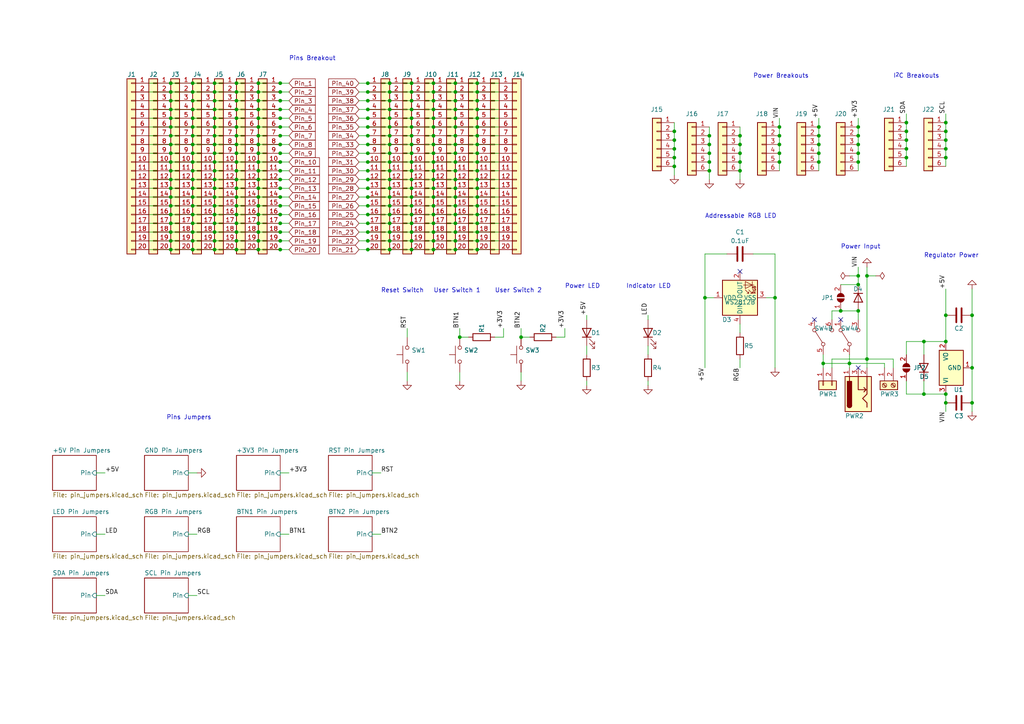
<source format=kicad_sch>
(kicad_sch (version 20230121) (generator eeschema)
  (paper "A4")
  (junction (at 62.23 67.31))
  (junction (at 237.49 39.37))
  (junction (at 68.58 67.31))
  (junction (at 113.03 67.31))
  (junction (at 138.43 41.91))
  (junction (at 106.68 62.23))
  (junction (at 125.73 69.85))
  (junction (at 106.68 29.21))
  (junction (at 81.28 72.39))
  (junction (at 125.73 36.83))
  (junction (at 113.03 62.23))
  (junction (at 132.08 57.15))
  (junction (at 74.93 39.37))
  (junction (at 205.74 49.53))
  (junction (at 125.73 54.61))
  (junction (at 205.74 39.37))
  (junction (at 68.58 46.99))
  (junction (at 119.38 36.83))
  (junction (at 125.73 26.67))
  (junction (at 62.23 36.83))
  (junction (at 74.93 54.61))
  (junction (at 138.43 67.31))
  (junction (at 274.32 35.56))
  (junction (at 81.28 49.53))
  (junction (at 132.08 44.45))
  (junction (at 68.58 44.45))
  (junction (at 68.58 57.15))
  (junction (at 68.58 24.13))
  (junction (at 132.08 29.21))
  (junction (at 55.88 26.67))
  (junction (at 49.53 29.21))
  (junction (at 132.08 54.61))
  (junction (at 74.93 49.53))
  (junction (at 62.23 54.61))
  (junction (at 81.28 69.85))
  (junction (at 125.73 49.53))
  (junction (at 62.23 49.53))
  (junction (at 226.06 44.45))
  (junction (at 138.43 72.39))
  (junction (at 81.28 59.69))
  (junction (at 55.88 54.61))
  (junction (at 62.23 41.91))
  (junction (at 49.53 72.39))
  (junction (at 62.23 59.69))
  (junction (at 113.03 41.91))
  (junction (at 237.49 41.91))
  (junction (at 55.88 41.91))
  (junction (at 138.43 31.75))
  (junction (at 138.43 44.45))
  (junction (at 125.73 24.13))
  (junction (at 214.63 46.99))
  (junction (at 106.68 26.67))
  (junction (at 138.43 39.37))
  (junction (at 238.76 105.41))
  (junction (at 49.53 54.61))
  (junction (at 132.08 69.85))
  (junction (at 119.38 67.31))
  (junction (at 125.73 57.15))
  (junction (at 113.03 54.61))
  (junction (at 62.23 57.15))
  (junction (at 248.92 90.17))
  (junction (at 119.38 59.69))
  (junction (at 274.32 43.18))
  (junction (at 106.68 64.77))
  (junction (at 274.32 40.64))
  (junction (at 119.38 26.67))
  (junction (at 132.08 49.53))
  (junction (at 49.53 67.31))
  (junction (at 125.73 29.21))
  (junction (at 214.63 39.37))
  (junction (at 113.03 52.07))
  (junction (at 106.68 57.15))
  (junction (at 214.63 41.91))
  (junction (at 125.73 39.37))
  (junction (at 113.03 46.99))
  (junction (at 81.28 36.83))
  (junction (at 62.23 31.75))
  (junction (at 106.68 31.75))
  (junction (at 49.53 39.37))
  (junction (at 125.73 52.07))
  (junction (at 205.74 41.91))
  (junction (at 49.53 34.29))
  (junction (at 62.23 69.85))
  (junction (at 62.23 26.67))
  (junction (at 274.32 114.3))
  (junction (at 68.58 41.91))
  (junction (at 55.88 44.45))
  (junction (at 226.06 41.91))
  (junction (at 125.73 44.45))
  (junction (at 74.93 72.39))
  (junction (at 81.28 39.37))
  (junction (at 55.88 69.85))
  (junction (at 106.68 39.37))
  (junction (at 74.93 41.91))
  (junction (at 62.23 72.39))
  (junction (at 133.35 97.79))
  (junction (at 132.08 24.13))
  (junction (at 74.93 34.29))
  (junction (at 62.23 62.23))
  (junction (at 138.43 64.77))
  (junction (at 74.93 57.15))
  (junction (at 274.32 45.72))
  (junction (at 62.23 46.99))
  (junction (at 226.06 36.83))
  (junction (at 119.38 34.29))
  (junction (at 106.68 24.13))
  (junction (at 248.92 46.99))
  (junction (at 237.49 36.83))
  (junction (at 195.58 45.72))
  (junction (at 125.73 41.91))
  (junction (at 55.88 34.29))
  (junction (at 214.63 49.53))
  (junction (at 125.73 64.77))
  (junction (at 138.43 69.85))
  (junction (at 74.93 44.45))
  (junction (at 113.03 44.45))
  (junction (at 248.92 41.91))
  (junction (at 74.93 24.13))
  (junction (at 274.32 91.44))
  (junction (at 226.06 46.99))
  (junction (at 113.03 57.15))
  (junction (at 81.28 44.45))
  (junction (at 132.08 36.83))
  (junction (at 119.38 49.53))
  (junction (at 138.43 34.29))
  (junction (at 119.38 54.61))
  (junction (at 62.23 29.21))
  (junction (at 248.92 36.83))
  (junction (at 68.58 34.29))
  (junction (at 113.03 24.13))
  (junction (at 55.88 36.83))
  (junction (at 68.58 31.75))
  (junction (at 68.58 72.39))
  (junction (at 138.43 62.23))
  (junction (at 205.74 46.99))
  (junction (at 262.89 45.72))
  (junction (at 81.28 67.31))
  (junction (at 68.58 39.37))
  (junction (at 49.53 36.83))
  (junction (at 195.58 40.64))
  (junction (at 62.23 39.37))
  (junction (at 119.38 29.21))
  (junction (at 138.43 49.53))
  (junction (at 74.93 36.83))
  (junction (at 81.28 26.67))
  (junction (at 74.93 31.75))
  (junction (at 267.97 114.3))
  (junction (at 113.03 29.21))
  (junction (at 55.88 64.77))
  (junction (at 68.58 64.77))
  (junction (at 113.03 64.77))
  (junction (at 125.73 72.39))
  (junction (at 132.08 39.37))
  (junction (at 214.63 44.45))
  (junction (at 132.08 52.07))
  (junction (at 62.23 44.45))
  (junction (at 68.58 54.61))
  (junction (at 262.89 35.56))
  (junction (at 251.46 80.01))
  (junction (at 106.68 36.83))
  (junction (at 138.43 59.69))
  (junction (at 119.38 31.75))
  (junction (at 119.38 57.15))
  (junction (at 113.03 39.37))
  (junction (at 138.43 26.67))
  (junction (at 132.08 31.75))
  (junction (at 106.68 69.85))
  (junction (at 281.94 106.68))
  (junction (at 119.38 44.45))
  (junction (at 55.88 39.37))
  (junction (at 106.68 52.07))
  (junction (at 62.23 34.29))
  (junction (at 248.92 82.55))
  (junction (at 119.38 64.77))
  (junction (at 132.08 64.77))
  (junction (at 68.58 62.23))
  (junction (at 81.28 34.29))
  (junction (at 81.28 46.99))
  (junction (at 125.73 62.23))
  (junction (at 81.28 29.21))
  (junction (at 204.47 86.36))
  (junction (at 119.38 62.23))
  (junction (at 49.53 49.53))
  (junction (at 281.94 91.44))
  (junction (at 49.53 46.99))
  (junction (at 267.97 99.06))
  (junction (at 49.53 69.85))
  (junction (at 49.53 64.77))
  (junction (at 55.88 52.07))
  (junction (at 125.73 67.31))
  (junction (at 119.38 46.99))
  (junction (at 49.53 41.91))
  (junction (at 125.73 34.29))
  (junction (at 237.49 46.99))
  (junction (at 55.88 67.31))
  (junction (at 119.38 41.91))
  (junction (at 49.53 59.69))
  (junction (at 125.73 46.99))
  (junction (at 62.23 24.13))
  (junction (at 106.68 49.53))
  (junction (at 274.32 38.1))
  (junction (at 224.79 86.36))
  (junction (at 49.53 44.45))
  (junction (at 132.08 34.29))
  (junction (at 55.88 59.69))
  (junction (at 125.73 59.69))
  (junction (at 138.43 46.99))
  (junction (at 106.68 41.91))
  (junction (at 81.28 64.77))
  (junction (at 62.23 64.77))
  (junction (at 74.93 62.23))
  (junction (at 74.93 67.31))
  (junction (at 49.53 52.07))
  (junction (at 274.32 116.84))
  (junction (at 138.43 36.83))
  (junction (at 195.58 43.18))
  (junction (at 113.03 72.39))
  (junction (at 68.58 36.83))
  (junction (at 55.88 29.21))
  (junction (at 132.08 67.31))
  (junction (at 74.93 59.69))
  (junction (at 113.03 69.85))
  (junction (at 81.28 41.91))
  (junction (at 132.08 46.99))
  (junction (at 138.43 24.13))
  (junction (at 281.94 116.84))
  (junction (at 74.93 69.85))
  (junction (at 132.08 72.39))
  (junction (at 138.43 29.21))
  (junction (at 138.43 54.61))
  (junction (at 205.74 44.45))
  (junction (at 55.88 57.15))
  (junction (at 74.93 29.21))
  (junction (at 119.38 24.13))
  (junction (at 113.03 34.29))
  (junction (at 125.73 31.75))
  (junction (at 262.89 38.1))
  (junction (at 106.68 67.31))
  (junction (at 248.92 44.45))
  (junction (at 49.53 57.15))
  (junction (at 81.28 24.13))
  (junction (at 68.58 29.21))
  (junction (at 74.93 46.99))
  (junction (at 81.28 52.07))
  (junction (at 68.58 49.53))
  (junction (at 106.68 54.61))
  (junction (at 132.08 62.23))
  (junction (at 113.03 36.83))
  (junction (at 132.08 26.67))
  (junction (at 248.92 39.37))
  (junction (at 106.68 59.69))
  (junction (at 262.89 40.64))
  (junction (at 132.08 59.69))
  (junction (at 226.06 39.37))
  (junction (at 195.58 48.26))
  (junction (at 113.03 31.75))
  (junction (at 74.93 64.77))
  (junction (at 49.53 24.13))
  (junction (at 55.88 62.23))
  (junction (at 49.53 26.67))
  (junction (at 274.32 99.06))
  (junction (at 55.88 31.75))
  (junction (at 119.38 52.07))
  (junction (at 251.46 104.14))
  (junction (at 138.43 57.15))
  (junction (at 68.58 52.07))
  (junction (at 119.38 39.37))
  (junction (at 113.03 59.69))
  (junction (at 74.93 52.07))
  (junction (at 55.88 49.53))
  (junction (at 68.58 59.69))
  (junction (at 132.08 41.91))
  (junction (at 113.03 49.53))
  (junction (at 81.28 31.75))
  (junction (at 248.92 80.01))
  (junction (at 106.68 34.29))
  (junction (at 119.38 69.85))
  (junction (at 68.58 69.85))
  (junction (at 81.28 57.15))
  (junction (at 246.38 105.41))
  (junction (at 106.68 44.45))
  (junction (at 195.58 38.1))
  (junction (at 55.88 46.99))
  (junction (at 55.88 24.13))
  (junction (at 237.49 44.45))
  (junction (at 49.53 31.75))
  (junction (at 49.53 62.23))
  (junction (at 106.68 46.99))
  (junction (at 74.93 26.67))
  (junction (at 81.28 62.23))
  (junction (at 68.58 26.67))
  (junction (at 262.89 43.18))
  (junction (at 119.38 72.39))
  (junction (at 243.84 90.17))
  (junction (at 151.13 97.79))
  (junction (at 138.43 52.07))
  (junction (at 106.68 72.39))
  (junction (at 81.28 54.61))
  (junction (at 113.03 26.67))
  (junction (at 62.23 52.07))
  (junction (at 55.88 72.39))
  (no_connect (at 248.92 106.68))
  (no_connect (at 214.63 78.74))
  (no_connect (at 243.84 92.71))
  (no_connect (at 236.22 92.71))
  (wire (pts (xy 62.23 31.75) (xy 55.88 31.75)))
  (wire (pts (xy 119.38 36.83) (xy 125.73 36.83)))
  (wire (pts (xy 237.49 34.29) (xy 237.49 36.83)))
  (wire (pts (xy 81.28 36.83) (xy 74.93 36.83)))
  (wire (pts (xy 104.14 24.13) (xy 106.68 24.13)))
  (wire (pts (xy 81.28 59.69) (xy 74.93 59.69)))
  (wire (pts (xy 214.63 39.37) (xy 214.63 41.91)))
  (wire (pts (xy 81.28 46.99) (xy 83.82 46.99)))
  (wire (pts (xy 274.32 35.56) (xy 274.32 38.1)))
  (wire (pts (xy 138.43 54.61) (xy 132.08 54.61)))
  (wire (pts (xy 195.58 43.18) (xy 195.58 45.72)))
  (wire (pts (xy 241.3 92.71) (xy 241.3 90.17)))
  (wire (pts (xy 81.28 67.31) (xy 83.82 67.31)))
  (wire (pts (xy 81.28 26.67) (xy 74.93 26.67)))
  (wire (pts (xy 49.53 34.29) (xy 43.18 34.29)))
  (wire (pts (xy 27.94 172.72) (xy 30.48 172.72)))
  (wire (pts (xy 248.92 90.17) (xy 248.92 92.71)))
  (wire (pts (xy 81.28 64.77) (xy 83.82 64.77)))
  (wire (pts (xy 125.73 69.85) (xy 132.08 69.85)))
  (wire (pts (xy 49.53 49.53) (xy 43.18 49.53)))
  (wire (pts (xy 49.53 24.13) (xy 43.18 24.13)))
  (wire (pts (xy 267.97 99.06) (xy 267.97 102.87)))
  (wire (pts (xy 226.06 36.83) (xy 226.06 39.37)))
  (wire (pts (xy 68.58 26.67) (xy 62.23 26.67)))
  (wire (pts (xy 163.83 95.25) (xy 163.83 97.79)))
  (wire (pts (xy 113.03 49.53) (xy 119.38 49.53)))
  (wire (pts (xy 54.61 172.72) (xy 57.15 172.72)))
  (wire (pts (xy 119.38 44.45) (xy 125.73 44.45)))
  (wire (pts (xy 106.68 26.67) (xy 113.03 26.67)))
  (wire (pts (xy 224.79 86.36) (xy 224.79 73.66)))
  (wire (pts (xy 106.68 72.39) (xy 113.03 72.39)))
  (wire (pts (xy 107.95 154.94) (xy 110.49 154.94)))
  (wire (pts (xy 138.43 29.21) (xy 132.08 29.21)))
  (wire (pts (xy 274.32 116.84) (xy 274.32 119.38)))
  (wire (pts (xy 238.76 105.41) (xy 246.38 105.41)))
  (wire (pts (xy 262.89 102.87) (xy 262.89 99.06)))
  (wire (pts (xy 62.23 64.77) (xy 55.88 64.77)))
  (wire (pts (xy 81.28 44.45) (xy 74.93 44.45)))
  (wire (pts (xy 104.14 54.61) (xy 106.68 54.61)))
  (wire (pts (xy 104.14 39.37) (xy 106.68 39.37)))
  (wire (pts (xy 74.93 31.75) (xy 68.58 31.75)))
  (wire (pts (xy 106.68 67.31) (xy 113.03 67.31)))
  (wire (pts (xy 138.43 64.77) (xy 132.08 64.77)))
  (wire (pts (xy 187.96 111.76) (xy 187.96 110.49)))
  (wire (pts (xy 27.94 154.94) (xy 30.48 154.94)))
  (wire (pts (xy 49.53 52.07) (xy 55.88 52.07)))
  (wire (pts (xy 49.53 67.31) (xy 55.88 67.31)))
  (wire (pts (xy 138.43 72.39) (xy 144.78 72.39)))
  (wire (pts (xy 119.38 59.69) (xy 125.73 59.69)))
  (wire (pts (xy 151.13 107.95) (xy 151.13 110.49)))
  (wire (pts (xy 125.73 54.61) (xy 132.08 54.61)))
  (wire (pts (xy 113.03 39.37) (xy 119.38 39.37)))
  (wire (pts (xy 274.32 33.02) (xy 274.32 35.56)))
  (wire (pts (xy 104.14 59.69) (xy 106.68 59.69)))
  (wire (pts (xy 119.38 26.67) (xy 125.73 26.67)))
  (wire (pts (xy 68.58 62.23) (xy 62.23 62.23)))
  (wire (pts (xy 62.23 26.67) (xy 55.88 26.67)))
  (wire (pts (xy 68.58 41.91) (xy 62.23 41.91)))
  (wire (pts (xy 68.58 52.07) (xy 62.23 52.07)))
  (wire (pts (xy 74.93 24.13) (xy 68.58 24.13)))
  (wire (pts (xy 68.58 69.85) (xy 62.23 69.85)))
  (wire (pts (xy 106.68 24.13) (xy 113.03 24.13)))
  (wire (pts (xy 81.28 39.37) (xy 74.93 39.37)))
  (wire (pts (xy 49.53 59.69) (xy 43.18 59.69)))
  (wire (pts (xy 125.73 26.67) (xy 132.08 26.67)))
  (wire (pts (xy 62.23 69.85) (xy 55.88 69.85)))
  (wire (pts (xy 74.93 72.39) (xy 68.58 72.39)))
  (wire (pts (xy 49.53 69.85) (xy 55.88 69.85)))
  (wire (pts (xy 68.58 72.39) (xy 62.23 72.39)))
  (wire (pts (xy 49.53 29.21) (xy 55.88 29.21)))
  (wire (pts (xy 49.53 62.23) (xy 43.18 62.23)))
  (wire (pts (xy 205.74 52.07) (xy 205.74 49.53)))
  (wire (pts (xy 170.18 100.33) (xy 170.18 102.87)))
  (wire (pts (xy 153.67 97.79) (xy 151.13 97.79)))
  (wire (pts (xy 262.89 45.72) (xy 262.89 48.26)))
  (wire (pts (xy 138.43 62.23) (xy 144.78 62.23)))
  (wire (pts (xy 104.14 49.53) (xy 106.68 49.53)))
  (wire (pts (xy 49.53 57.15) (xy 43.18 57.15)))
  (wire (pts (xy 49.53 31.75) (xy 43.18 31.75)))
  (wire (pts (xy 195.58 38.1) (xy 195.58 40.64)))
  (wire (pts (xy 248.92 46.99) (xy 248.92 49.53)))
  (wire (pts (xy 49.53 44.45) (xy 43.18 44.45)))
  (wire (pts (xy 74.93 69.85) (xy 68.58 69.85)))
  (wire (pts (xy 248.92 77.47) (xy 248.92 80.01)))
  (wire (pts (xy 81.28 44.45) (xy 83.82 44.45)))
  (wire (pts (xy 113.03 34.29) (xy 119.38 34.29)))
  (wire (pts (xy 226.06 44.45) (xy 226.06 46.99)))
  (wire (pts (xy 119.38 62.23) (xy 125.73 62.23)))
  (wire (pts (xy 81.28 52.07) (xy 83.82 52.07)))
  (wire (pts (xy 68.58 44.45) (xy 62.23 44.45)))
  (wire (pts (xy 81.28 29.21) (xy 83.82 29.21)))
  (wire (pts (xy 113.03 64.77) (xy 119.38 64.77)))
  (wire (pts (xy 119.38 24.13) (xy 125.73 24.13)))
  (wire (pts (xy 119.38 34.29) (xy 125.73 34.29)))
  (wire (pts (xy 104.14 41.91) (xy 106.68 41.91)))
  (wire (pts (xy 104.14 62.23) (xy 106.68 62.23)))
  (wire (pts (xy 49.53 49.53) (xy 55.88 49.53)))
  (wire (pts (xy 68.58 34.29) (xy 62.23 34.29)))
  (wire (pts (xy 81.28 52.07) (xy 74.93 52.07)))
  (wire (pts (xy 81.28 54.61) (xy 74.93 54.61)))
  (wire (pts (xy 104.14 64.77) (xy 106.68 64.77)))
  (wire (pts (xy 214.63 96.52) (xy 214.63 93.98)))
  (wire (pts (xy 119.38 54.61) (xy 125.73 54.61)))
  (wire (pts (xy 119.38 41.91) (xy 125.73 41.91)))
  (wire (pts (xy 106.68 59.69) (xy 113.03 59.69)))
  (wire (pts (xy 210.82 73.66) (xy 204.47 73.66)))
  (wire (pts (xy 27.94 137.16) (xy 30.48 137.16)))
  (wire (pts (xy 204.47 86.36) (xy 207.01 86.36)))
  (wire (pts (xy 81.28 54.61) (xy 83.82 54.61)))
  (wire (pts (xy 214.63 44.45) (xy 214.63 46.99)))
  (wire (pts (xy 49.53 39.37) (xy 43.18 39.37)))
  (wire (pts (xy 248.92 41.91) (xy 248.92 44.45)))
  (wire (pts (xy 237.49 36.83) (xy 237.49 39.37)))
  (wire (pts (xy 49.53 54.61) (xy 55.88 54.61)))
  (wire (pts (xy 113.03 69.85) (xy 119.38 69.85)))
  (wire (pts (xy 138.43 57.15) (xy 132.08 57.15)))
  (wire (pts (xy 49.53 36.83) (xy 55.88 36.83)))
  (wire (pts (xy 81.28 39.37) (xy 83.82 39.37)))
  (wire (pts (xy 205.74 49.53) (xy 205.74 46.99)))
  (wire (pts (xy 241.3 90.17) (xy 243.84 90.17)))
  (wire (pts (xy 49.53 41.91) (xy 55.88 41.91)))
  (wire (pts (xy 119.38 31.75) (xy 125.73 31.75)))
  (wire (pts (xy 237.49 46.99) (xy 237.49 49.53)))
  (wire (pts (xy 138.43 34.29) (xy 144.78 34.29)))
  (wire (pts (xy 113.03 72.39) (xy 119.38 72.39)))
  (wire (pts (xy 113.03 24.13) (xy 119.38 24.13)))
  (wire (pts (xy 119.38 69.85) (xy 125.73 69.85)))
  (wire (pts (xy 74.93 57.15) (xy 68.58 57.15)))
  (wire (pts (xy 81.28 69.85) (xy 74.93 69.85)))
  (wire (pts (xy 214.63 49.53) (xy 214.63 46.99)))
  (wire (pts (xy 104.14 57.15) (xy 106.68 57.15)))
  (wire (pts (xy 106.68 34.29) (xy 113.03 34.29)))
  (wire (pts (xy 125.73 64.77) (xy 132.08 64.77)))
  (wire (pts (xy 113.03 31.75) (xy 119.38 31.75)))
  (wire (pts (xy 104.14 44.45) (xy 106.68 44.45)))
  (wire (pts (xy 104.14 36.83) (xy 106.68 36.83)))
  (wire (pts (xy 68.58 31.75) (xy 62.23 31.75)))
  (wire (pts (xy 248.92 82.55) (xy 243.84 82.55)))
  (wire (pts (xy 74.93 67.31) (xy 68.58 67.31)))
  (wire (pts (xy 68.58 57.15) (xy 62.23 57.15)))
  (wire (pts (xy 138.43 49.53) (xy 132.08 49.53)))
  (wire (pts (xy 104.14 26.67) (xy 106.68 26.67)))
  (wire (pts (xy 81.28 24.13) (xy 83.82 24.13)))
  (wire (pts (xy 113.03 52.07) (xy 119.38 52.07)))
  (wire (pts (xy 81.28 26.67) (xy 83.82 26.67)))
  (wire (pts (xy 74.93 29.21) (xy 68.58 29.21)))
  (wire (pts (xy 106.68 64.77) (xy 113.03 64.77)))
  (wire (pts (xy 54.61 137.16) (xy 57.15 137.16)))
  (wire (pts (xy 170.18 111.76) (xy 170.18 110.49)))
  (wire (pts (xy 281.94 83.82) (xy 281.94 91.44)))
  (wire (pts (xy 74.93 44.45) (xy 68.58 44.45)))
  (wire (pts (xy 74.93 59.69) (xy 68.58 59.69)))
  (wire (pts (xy 125.73 72.39) (xy 132.08 72.39)))
  (wire (pts (xy 49.53 54.61) (xy 43.18 54.61)))
  (wire (pts (xy 138.43 24.13) (xy 132.08 24.13)))
  (wire (pts (xy 187.96 100.33) (xy 187.96 102.87)))
  (wire (pts (xy 81.28 41.91) (xy 74.93 41.91)))
  (wire (pts (xy 81.28 31.75) (xy 83.82 31.75)))
  (wire (pts (xy 81.28 67.31) (xy 74.93 67.31)))
  (wire (pts (xy 256.54 106.68) (xy 256.54 105.41)))
  (wire (pts (xy 119.38 72.39) (xy 125.73 72.39)))
  (wire (pts (xy 248.92 44.45) (xy 248.92 46.99)))
  (wire (pts (xy 68.58 49.53) (xy 62.23 49.53)))
  (wire (pts (xy 138.43 36.83) (xy 132.08 36.83)))
  (wire (pts (xy 49.53 46.99) (xy 55.88 46.99)))
  (wire (pts (xy 138.43 44.45) (xy 132.08 44.45)))
  (wire (pts (xy 195.58 50.8) (xy 195.58 48.26)))
  (wire (pts (xy 218.44 73.66) (xy 224.79 73.66)))
  (wire (pts (xy 259.08 106.68) (xy 259.08 104.14)))
  (wire (pts (xy 119.38 39.37) (xy 125.73 39.37)))
  (wire (pts (xy 106.68 52.07) (xy 113.03 52.07)))
  (wire (pts (xy 62.23 59.69) (xy 55.88 59.69)))
  (wire (pts (xy 248.92 80.01) (xy 248.92 82.55)))
  (wire (pts (xy 68.58 46.99) (xy 62.23 46.99)))
  (wire (pts (xy 49.53 24.13) (xy 55.88 24.13)))
  (wire (pts (xy 125.73 31.75) (xy 132.08 31.75)))
  (wire (pts (xy 104.14 72.39) (xy 106.68 72.39)))
  (wire (pts (xy 49.53 64.77) (xy 43.18 64.77)))
  (wire (pts (xy 251.46 80.01) (xy 251.46 104.14)))
  (wire (pts (xy 138.43 64.77) (xy 144.78 64.77)))
  (wire (pts (xy 74.93 52.07) (xy 68.58 52.07)))
  (wire (pts (xy 104.14 34.29) (xy 106.68 34.29)))
  (wire (pts (xy 62.23 39.37) (xy 55.88 39.37)))
  (wire (pts (xy 106.68 57.15) (xy 113.03 57.15)))
  (wire (pts (xy 81.28 36.83) (xy 83.82 36.83)))
  (wire (pts (xy 49.53 26.67) (xy 55.88 26.67)))
  (wire (pts (xy 113.03 62.23) (xy 119.38 62.23)))
  (wire (pts (xy 262.89 40.64) (xy 262.89 43.18)))
  (wire (pts (xy 138.43 26.67) (xy 132.08 26.67)))
  (wire (pts (xy 187.96 92.71) (xy 187.96 91.44)))
  (wire (pts (xy 62.23 41.91) (xy 55.88 41.91)))
  (wire (pts (xy 125.73 52.07) (xy 132.08 52.07)))
  (wire (pts (xy 224.79 86.36) (xy 222.25 86.36)))
  (wire (pts (xy 81.28 64.77) (xy 74.93 64.77)))
  (wire (pts (xy 251.46 104.14) (xy 251.46 106.68)))
  (wire (pts (xy 119.38 64.77) (xy 125.73 64.77)))
  (wire (pts (xy 133.35 107.95) (xy 133.35 110.49)))
  (wire (pts (xy 104.14 46.99) (xy 106.68 46.99)))
  (wire (pts (xy 68.58 59.69) (xy 62.23 59.69)))
  (wire (pts (xy 274.32 91.44) (xy 274.32 99.06)))
  (wire (pts (xy 68.58 39.37) (xy 62.23 39.37)))
  (wire (pts (xy 138.43 26.67) (xy 144.78 26.67)))
  (wire (pts (xy 119.38 67.31) (xy 125.73 67.31)))
  (wire (pts (xy 68.58 54.61) (xy 62.23 54.61)))
  (wire (pts (xy 274.32 40.64) (xy 274.32 43.18)))
  (wire (pts (xy 74.93 34.29) (xy 68.58 34.29)))
  (wire (pts (xy 138.43 67.31) (xy 144.78 67.31)))
  (wire (pts (xy 138.43 69.85) (xy 132.08 69.85)))
  (wire (pts (xy 81.28 41.91) (xy 83.82 41.91)))
  (wire (pts (xy 138.43 29.21) (xy 144.78 29.21)))
  (wire (pts (xy 214.63 41.91) (xy 214.63 44.45)))
  (wire (pts (xy 138.43 54.61) (xy 144.78 54.61)))
  (wire (pts (xy 62.23 46.99) (xy 55.88 46.99)))
  (wire (pts (xy 248.92 36.83) (xy 248.92 39.37)))
  (wire (pts (xy 138.43 34.29) (xy 132.08 34.29)))
  (wire (pts (xy 106.68 46.99) (xy 113.03 46.99)))
  (wire (pts (xy 204.47 73.66) (xy 204.47 86.36)))
  (wire (pts (xy 74.93 54.61) (xy 68.58 54.61)))
  (wire (pts (xy 138.43 59.69) (xy 132.08 59.69)))
  (wire (pts (xy 246.38 80.01) (xy 248.92 80.01)))
  (wire (pts (xy 104.14 67.31) (xy 106.68 67.31)))
  (wire (pts (xy 267.97 110.49) (xy 267.97 114.3)))
  (wire (pts (xy 49.53 41.91) (xy 43.18 41.91)))
  (wire (pts (xy 125.73 29.21) (xy 132.08 29.21)))
  (wire (pts (xy 49.53 26.67) (xy 43.18 26.67)))
  (wire (pts (xy 138.43 69.85) (xy 144.78 69.85)))
  (wire (pts (xy 81.28 29.21) (xy 74.93 29.21)))
  (wire (pts (xy 62.23 62.23) (xy 55.88 62.23)))
  (wire (pts (xy 54.61 154.94) (xy 57.15 154.94)))
  (wire (pts (xy 81.28 31.75) (xy 74.93 31.75)))
  (wire (pts (xy 113.03 54.61) (xy 119.38 54.61)))
  (wire (pts (xy 81.28 59.69) (xy 83.82 59.69)))
  (wire (pts (xy 224.79 86.36) (xy 224.79 106.68)))
  (wire (pts (xy 246.38 102.87) (xy 246.38 105.41)))
  (wire (pts (xy 106.68 31.75) (xy 113.03 31.75)))
  (wire (pts (xy 49.53 36.83) (xy 43.18 36.83)))
  (wire (pts (xy 74.93 39.37) (xy 68.58 39.37)))
  (wire (pts (xy 62.23 29.21) (xy 55.88 29.21)))
  (wire (pts (xy 49.53 31.75) (xy 55.88 31.75)))
  (wire (pts (xy 226.06 39.37) (xy 226.06 41.91)))
  (wire (pts (xy 81.28 34.29) (xy 74.93 34.29)))
  (wire (pts (xy 62.23 24.13) (xy 55.88 24.13)))
  (wire (pts (xy 125.73 39.37) (xy 132.08 39.37)))
  (wire (pts (xy 118.11 97.79) (xy 118.11 95.25)))
  (wire (pts (xy 118.11 107.95) (xy 118.11 110.49)))
  (wire (pts (xy 113.03 46.99) (xy 119.38 46.99)))
  (wire (pts (xy 195.58 40.64) (xy 195.58 43.18)))
  (wire (pts (xy 143.51 97.79) (xy 146.05 97.79)))
  (wire (pts (xy 205.74 36.83) (xy 205.74 39.37)))
  (wire (pts (xy 125.73 34.29) (xy 132.08 34.29)))
  (wire (pts (xy 241.3 104.14) (xy 251.46 104.14)))
  (wire (pts (xy 125.73 46.99) (xy 132.08 46.99)))
  (wire (pts (xy 281.94 106.68) (xy 281.94 116.84)))
  (wire (pts (xy 62.23 57.15) (xy 55.88 57.15)))
  (wire (pts (xy 104.14 69.85) (xy 106.68 69.85)))
  (wire (pts (xy 138.43 39.37) (xy 144.78 39.37)))
  (wire (pts (xy 62.23 72.39) (xy 55.88 72.39)))
  (wire (pts (xy 274.32 114.3) (xy 274.32 116.84)))
  (wire (pts (xy 248.92 90.17) (xy 243.84 90.17)))
  (wire (pts (xy 113.03 41.91) (xy 119.38 41.91)))
  (wire (pts (xy 226.06 41.91) (xy 226.06 44.45)))
  (wire (pts (xy 106.68 44.45) (xy 113.03 44.45)))
  (wire (pts (xy 49.53 64.77) (xy 55.88 64.77)))
  (wire (pts (xy 248.92 39.37) (xy 248.92 41.91)))
  (wire (pts (xy 81.28 49.53) (xy 74.93 49.53)))
  (wire (pts (xy 68.58 36.83) (xy 62.23 36.83)))
  (wire (pts (xy 138.43 41.91) (xy 132.08 41.91)))
  (wire (pts (xy 138.43 72.39) (xy 132.08 72.39)))
  (wire (pts (xy 62.23 67.31) (xy 55.88 67.31)))
  (wire (pts (xy 274.32 83.82) (xy 274.32 91.44)))
  (wire (pts (xy 151.13 97.79) (xy 151.13 95.25)))
  (wire (pts (xy 226.06 34.29) (xy 226.06 36.83)))
  (wire (pts (xy 106.68 62.23) (xy 113.03 62.23)))
  (wire (pts (xy 237.49 41.91) (xy 237.49 44.45)))
  (wire (pts (xy 81.28 137.16) (xy 83.82 137.16)))
  (wire (pts (xy 119.38 49.53) (xy 125.73 49.53)))
  (wire (pts (xy 74.93 41.91) (xy 68.58 41.91)))
  (wire (pts (xy 62.23 36.83) (xy 55.88 36.83)))
  (wire (pts (xy 138.43 24.13) (xy 144.78 24.13)))
  (wire (pts (xy 205.74 39.37) (xy 205.74 41.91)))
  (wire (pts (xy 74.93 49.53) (xy 68.58 49.53)))
  (wire (pts (xy 106.68 29.21) (xy 113.03 29.21)))
  (wire (pts (xy 81.28 69.85) (xy 83.82 69.85)))
  (wire (pts (xy 254 80.01) (xy 251.46 80.01)))
  (wire (pts (xy 138.43 67.31) (xy 132.08 67.31)))
  (wire (pts (xy 68.58 24.13) (xy 62.23 24.13)))
  (wire (pts (xy 146.05 95.25) (xy 146.05 97.79)))
  (wire (pts (xy 119.38 57.15) (xy 125.73 57.15)))
  (wire (pts (xy 81.28 72.39) (xy 74.93 72.39)))
  (wire (pts (xy 106.68 41.91) (xy 113.03 41.91)))
  (wire (pts (xy 106.68 69.85) (xy 113.03 69.85)))
  (wire (pts (xy 125.73 57.15) (xy 132.08 57.15)))
  (wire (pts (xy 267.97 114.3) (xy 274.32 114.3)))
  (wire (pts (xy 104.14 31.75) (xy 106.68 31.75)))
  (wire (pts (xy 125.73 59.69) (xy 132.08 59.69)))
  (wire (pts (xy 49.53 72.39) (xy 55.88 72.39)))
  (wire (pts (xy 138.43 41.91) (xy 144.78 41.91)))
  (wire (pts (xy 49.53 34.29) (xy 55.88 34.29)))
  (wire (pts (xy 81.28 154.94) (xy 83.82 154.94)))
  (wire (pts (xy 113.03 26.67) (xy 119.38 26.67)))
  (wire (pts (xy 81.28 49.53) (xy 83.82 49.53)))
  (wire (pts (xy 248.92 34.29) (xy 248.92 36.83)))
  (wire (pts (xy 49.53 29.21) (xy 43.18 29.21)))
  (wire (pts (xy 119.38 29.21) (xy 125.73 29.21)))
  (wire (pts (xy 238.76 106.68) (xy 238.76 105.41)))
  (wire (pts (xy 81.28 62.23) (xy 83.82 62.23)))
  (wire (pts (xy 281.94 91.44) (xy 281.94 106.68)))
  (wire (pts (xy 113.03 59.69) (xy 119.38 59.69)))
  (wire (pts (xy 49.53 52.07) (xy 43.18 52.07)))
  (wire (pts (xy 119.38 52.07) (xy 125.73 52.07)))
  (wire (pts (xy 262.89 33.02) (xy 262.89 35.56)))
  (wire (pts (xy 68.58 64.77) (xy 62.23 64.77)))
  (wire (pts (xy 62.23 54.61) (xy 55.88 54.61)))
  (wire (pts (xy 74.93 46.99) (xy 68.58 46.99)))
  (wire (pts (xy 113.03 29.21) (xy 119.38 29.21)))
  (wire (pts (xy 138.43 49.53) (xy 144.78 49.53)))
  (wire (pts (xy 113.03 36.83) (xy 119.38 36.83)))
  (wire (pts (xy 113.03 57.15) (xy 119.38 57.15)))
  (wire (pts (xy 237.49 44.45) (xy 237.49 46.99)))
  (wire (pts (xy 125.73 62.23) (xy 132.08 62.23)))
  (wire (pts (xy 81.28 62.23) (xy 74.93 62.23)))
  (wire (pts (xy 81.28 57.15) (xy 74.93 57.15)))
  (wire (pts (xy 104.14 29.21) (xy 106.68 29.21)))
  (wire (pts (xy 262.89 43.18) (xy 262.89 45.72)))
  (wire (pts (xy 262.89 38.1) (xy 262.89 40.64)))
  (wire (pts (xy 62.23 52.07) (xy 55.88 52.07)))
  (wire (pts (xy 81.28 24.13) (xy 74.93 24.13)))
  (wire (pts (xy 125.73 49.53) (xy 132.08 49.53)))
  (wire (pts (xy 74.93 62.23) (xy 68.58 62.23)))
  (wire (pts (xy 138.43 52.07) (xy 132.08 52.07)))
  (wire (pts (xy 81.28 57.15) (xy 83.82 57.15)))
  (wire (pts (xy 281.94 116.84) (xy 281.94 119.38)))
  (wire (pts (xy 74.93 64.77) (xy 68.58 64.77)))
  (wire (pts (xy 274.32 45.72) (xy 274.32 48.26)))
  (wire (pts (xy 49.53 62.23) (xy 55.88 62.23)))
  (wire (pts (xy 106.68 39.37) (xy 113.03 39.37)))
  (wire (pts (xy 251.46 77.47) (xy 251.46 80.01)))
  (wire (pts (xy 135.89 97.79) (xy 133.35 97.79)))
  (wire (pts (xy 74.93 26.67) (xy 68.58 26.67)))
  (wire (pts (xy 107.95 137.16) (xy 110.49 137.16)))
  (wire (pts (xy 274.32 43.18) (xy 274.32 45.72)))
  (wire (pts (xy 133.35 97.79) (xy 133.35 95.25)))
  (wire (pts (xy 256.54 105.41) (xy 246.38 105.41)))
  (wire (pts (xy 246.38 105.41) (xy 246.38 106.68)))
  (wire (pts (xy 125.73 36.83) (xy 132.08 36.83)))
  (wire (pts (xy 241.3 106.68) (xy 241.3 104.14)))
  (wire (pts (xy 138.43 31.75) (xy 132.08 31.75)))
  (wire (pts (xy 138.43 57.15) (xy 144.78 57.15)))
  (wire (pts (xy 125.73 41.91) (xy 132.08 41.91)))
  (wire (pts (xy 125.73 24.13) (xy 132.08 24.13)))
  (wire (pts (xy 138.43 46.99) (xy 132.08 46.99)))
  (wire (pts (xy 119.38 46.99) (xy 125.73 46.99)))
  (wire (pts (xy 262.89 99.06) (xy 267.97 99.06)))
  (wire (pts (xy 49.53 59.69) (xy 55.88 59.69)))
  (wire (pts (xy 205.74 41.91) (xy 205.74 44.45)))
  (wire (pts (xy 113.03 44.45) (xy 119.38 44.45)))
  (wire (pts (xy 125.73 67.31) (xy 132.08 67.31)))
  (wire (pts (xy 49.53 44.45) (xy 55.88 44.45)))
  (wire (pts (xy 81.28 72.39) (xy 83.82 72.39)))
  (wire (pts (xy 195.58 48.26) (xy 195.58 45.72)))
  (wire (pts (xy 106.68 36.83) (xy 113.03 36.83)))
  (wire (pts (xy 49.53 46.99) (xy 43.18 46.99)))
  (wire (pts (xy 138.43 39.37) (xy 132.08 39.37)))
  (wire (pts (xy 104.14 52.07) (xy 106.68 52.07)))
  (wire (pts (xy 68.58 67.31) (xy 62.23 67.31)))
  (wire (pts (xy 214.63 52.07) (xy 214.63 49.53)))
  (wire (pts (xy 226.06 46.99) (xy 226.06 49.53)))
  (wire (pts (xy 138.43 36.83) (xy 144.78 36.83)))
  (wire (pts (xy 68.58 29.21) (xy 62.23 29.21)))
  (wire (pts (xy 170.18 92.71) (xy 170.18 91.44)))
  (wire (pts (xy 106.68 49.53) (xy 113.03 49.53)))
  (wire (pts (xy 138.43 44.45) (xy 144.78 44.45)))
  (wire (pts (xy 81.28 34.29) (xy 83.82 34.29)))
  (wire (pts (xy 214.63 36.83) (xy 214.63 39.37)))
  (wire (pts (xy 49.53 67.31) (xy 43.18 67.31)))
  (wire (pts (xy 138.43 59.69) (xy 144.78 59.69)))
  (wire (pts (xy 125.73 44.45) (xy 132.08 44.45)))
  (wire (pts (xy 274.32 99.06) (xy 267.97 99.06)))
  (wire (pts (xy 113.03 67.31) (xy 119.38 67.31)))
  (wire (pts (xy 138.43 62.23) (xy 132.08 62.23)))
  (wire (pts (xy 161.29 97.79) (xy 163.83 97.79)))
  (wire (pts (xy 237.49 39.37) (xy 237.49 41.91)))
  (wire (pts (xy 205.74 44.45) (xy 205.74 46.99)))
  (wire (pts (xy 49.53 39.37) (xy 55.88 39.37)))
  (wire (pts (xy 62.23 34.29) (xy 55.88 34.29)))
  (wire (pts (xy 106.68 54.61) (xy 113.03 54.61)))
  (wire (pts (xy 81.28 46.99) (xy 74.93 46.99)))
  (wire (pts (xy 138.43 46.99) (xy 144.78 46.99)))
  (wire (pts (xy 262.89 35.56) (xy 262.89 38.1)))
  (wire (pts (xy 214.63 106.68) (xy 214.63 104.14)))
  (wire (pts (xy 138.43 31.75) (xy 144.78 31.75)))
  (wire (pts (xy 49.53 57.15) (xy 55.88 57.15)))
  (wire (pts (xy 62.23 49.53) (xy 55.88 49.53)))
  (wire (pts (xy 238.76 102.87) (xy 238.76 105.41)))
  (wire (pts (xy 62.23 44.45) (xy 55.88 44.45)))
  (wire (pts (xy 262.89 110.49) (xy 262.89 114.3)))
  (wire (pts (xy 204.47 86.36) (xy 204.47 106.68)))
  (wire (pts (xy 138.43 52.07) (xy 144.78 52.07)))
  (wire (pts (xy 74.93 36.83) (xy 68.58 36.83)))
  (wire (pts (xy 267.97 114.3) (xy 262.89 114.3)))
  (wire (pts (xy 49.53 72.39) (xy 43.18 72.39)))
  (wire (pts (xy 259.08 104.14) (xy 251.46 104.14)))
  (wire (pts (xy 274.32 38.1) (xy 274.32 40.64)))
  (wire (pts (xy 49.53 69.85) (xy 43.18 69.85)))
  (wire (pts (xy 195.58 35.56) (xy 195.58 38.1)))
  (text "Reset Switch" (at 110.49 85.09 0) (effects (font (size 1.27 1.27)) (justify left bottom)))
  (text "Pins Breakout" (at 83.82 17.78 0) (effects (font (size 1.27 1.27)) (justify left bottom)))
  (text "Pins Jumpers" (at 48.26 121.92 0) (effects (font (size 1.27 1.27)) (justify left bottom)))
  (text "Regulator Power" (at 267.97 74.93 0) (effects (font (size 1.27 1.27)) (justify left bottom)))
  (text "User Switch 2" (at 143.51 85.09 0) (effects (font (size 1.27 1.27)) (justify left bottom)))
  (text "Power Input" (at 243.84 72.39 0) (effects (font (size 1.27 1.27)) (justify left bottom)))
  (text "User Switch 1" (at 125.73 85.09 0) (effects (font (size 1.27 1.27)) (justify left bottom)))
  (text "I^{2}C Breakouts" (at 259.08 22.86 0) (effects (font (size 1.27 1.27)) (justify left bottom)))
  (text "Power Breakouts" (at 218.44 22.86 0) (effects (font (size 1.27 1.27)) (justify left bottom)))
  (text "Addressable RGB LED" (at 204.47 63.5 0) (effects (font (size 1.27 1.27)) (justify left bottom)))
  (text "Power LED" (at 163.83 83.82 0) (effects (font (size 1.27 1.27)) (justify left bottom)))
  (text "Indicator LED" (at 181.61 83.82 0) (effects (font (size 1.27 1.27)) (justify left bottom)))
  (label "+5V" (at 30.48 137.16 0))
  (label "RST" (at 118.11 95.25 90))
  (label "SDA" (at 262.89 33.02 90))
  (label "+5V" (at 170.18 91.44 90))
  (label "BTN2" (at 151.13 95.25 90))
  (label "BTN1" (at 133.35 95.25 90))
  (label "+5V" (at 237.49 34.29 90))
  (label "VIN" (at 274.32 119.38 270))
  (label "LED" (at 187.96 91.44 90))
  (label "+5V" (at 204.47 106.68 270))
  (label "+5V" (at 274.32 83.82 90))
  (label "BTN2" (at 110.49 154.94 0))
  (label "LED" (at 30.48 154.94 0))
  (label "RGB" (at 57.15 154.94 0))
  (label "+3V3" (at 163.83 95.25 90))
  (label "RST" (at 110.49 137.16 0))
  (label "+3V3" (at 248.92 34.29 90))
  (label "VIN" (at 248.92 77.47 90))
  (label "+3V3" (at 146.05 95.25 90))
  (label "SCL" (at 274.32 33.02 90))
  (label "+3V3" (at 83.82 137.16 0))
  (label "BTN1" (at 83.82 154.94 0))
  (label "SCL" (at 57.15 172.72 0))
  (label "RGB" (at 214.63 106.68 270))
  (label "SDA" (at 30.48 172.72 0))
  (label "VIN" (at 226.06 34.29 90))
  (global_label "Pin_1" (shape input) (at 83.82 24.13 0) (property "Intersheetrefs" "${INTERSHEET_REFS}" (effects hide)))
  (global_label "Pin_39" (shape input) (at 104.14 26.67 180) (property "Intersheetrefs" "${INTERSHEET_REFS}" (effects hide)))
  (global_label "Pin_14" (shape input) (at 83.82 57.15 0) (property "Intersheetrefs" "${INTERSHEET_REFS}" (effects hide)))
  (global_label "Pin_9" (shape input) (at 83.82 44.45 0) (property "Intersheetrefs" "${INTERSHEET_REFS}" (effects hide)))
  (global_label "Pin_37" (shape input) (at 104.14 31.75 180) (property "Intersheetrefs" "${INTERSHEET_REFS}" (effects hide)))
  (global_label "Pin_8" (shape input) (at 83.82 41.91 0) (property "Intersheetrefs" "${INTERSHEET_REFS}" (effects hide)))
  (global_label "Pin_34" (shape input) (at 104.14 39.37 180) (property "Intersheetrefs" "${INTERSHEET_REFS}" (effects hide)))
  (global_label "Pin_30" (shape input) (at 104.14 49.53 180) (property "Intersheetrefs" "${INTERSHEET_REFS}" (effects hide)))
  (global_label "Pin_12" (shape input) (at 83.82 52.07 0) (property "Intersheetrefs" "${INTERSHEET_REFS}" (effects hide)))
  (global_label "Pin_21" (shape input) (at 104.14 72.39 180) (property "Intersheetrefs" "${INTERSHEET_REFS}" (effects hide)))
  (global_label "Pin_7" (shape input) (at 83.82 39.37 0) (property "Intersheetrefs" "${INTERSHEET_REFS}" (effects hide)))
  (global_label "Pin_3" (shape input) (at 83.82 29.21 0) (property "Intersheetrefs" "${INTERSHEET_REFS}" (effects hide)))
  (global_label "Pin_11" (shape input) (at 83.82 49.53 0) (property "Intersheetrefs" "${INTERSHEET_REFS}" (effects hide)))
  (global_label "Pin_23" (shape input) (at 104.14 67.31 180) (property "Intersheetrefs" "${INTERSHEET_REFS}" (effects hide)))
  (global_label "Pin_27" (shape input) (at 104.14 57.15 180) (property "Intersheetrefs" "${INTERSHEET_REFS}" (effects hide)))
  (global_label "Pin_36" (shape input) (at 104.14 34.29 180) (property "Intersheetrefs" "${INTERSHEET_REFS}" (effects hide)))
  (global_label "Pin_35" (shape input) (at 104.14 36.83 180) (property "Intersheetrefs" "${INTERSHEET_REFS}" (effects hide)))
  (global_label "Pin_25" (shape input) (at 104.14 62.23 180) (property "Intersheetrefs" "${INTERSHEET_REFS}" (effects hide)))
  (global_label "Pin_31" (shape input) (at 104.14 46.99 180) (property "Intersheetrefs" "${INTERSHEET_REFS}" (effects hide)))
  (global_label "Pin_38" (shape input) (at 104.14 29.21 180) (property "Intersheetrefs" "${INTERSHEET_REFS}" (effects hide)))
  (global_label "Pin_24" (shape input) (at 104.14 64.77 180) (property "Intersheetrefs" "${INTERSHEET_REFS}" (effects hide)))
  (global_label "Pin_2" (shape input) (at 83.82 26.67 0) (property "Intersheetrefs" "${INTERSHEET_REFS}" (effects hide)))
  (global_label "Pin_17" (shape input) (at 83.82 64.77 0) (property "Intersheetrefs" "${INTERSHEET_REFS}" (effects hide)))
  (global_label "Pin_16" (shape input) (at 83.82 62.23 0) (property "Intersheetrefs" "${INTERSHEET_REFS}" (effects hide)))
  (global_label "Pin_5" (shape input) (at 83.82 34.29 0) (property "Intersheetrefs" "${INTERSHEET_REFS}" (effects hide)))
  (global_label "Pin_19" (shape input) (at 83.82 69.85 0) (property "Intersheetrefs" "${INTERSHEET_REFS}" (effects hide)))
  (global_label "Pin_4" (shape input) (at 83.82 31.75 0) (property "Intersheetrefs" "${INTERSHEET_REFS}" (effects hide)))
  (global_label "Pin_28" (shape input) (at 104.14 54.61 180) (property "Intersheetrefs" "${INTERSHEET_REFS}" (effects hide)))
  (global_label "Pin_10" (shape input) (at 83.82 46.99 0) (property "Intersheetrefs" "${INTERSHEET_REFS}" (effects hide)))
  (global_label "Pin_33" (shape input) (at 104.14 41.91 180) (property "Intersheetrefs" "${INTERSHEET_REFS}" (effects hide)))
  (global_label "Pin_18" (shape input) (at 83.82 67.31 0) (property "Intersheetrefs" "${INTERSHEET_REFS}" (effects hide)))
  (global_label "Pin_13" (shape input) (at 83.82 54.61 0) (property "Intersheetrefs" "${INTERSHEET_REFS}" (effects hide)))
  (global_label "Pin_32" (shape input) (at 104.14 44.45 180) (property "Intersheetrefs" "${INTERSHEET_REFS}" (effects hide)))
  (global_label "Pin_22" (shape input) (at 104.14 69.85 180) (property "Intersheetrefs" "${INTERSHEET_REFS}" (effects hide)))
  (global_label "Pin_26" (shape input) (at 104.14 59.69 180) (property "Intersheetrefs" "${INTERSHEET_REFS}" (effects hide)))
  (global_label "Pin_15" (shape input) (at 83.82 59.69 0) (property "Intersheetrefs" "${INTERSHEET_REFS}" (effects hide)))
  (global_label "Pin_29" (shape input) (at 104.14 52.07 180) (property "Intersheetrefs" "${INTERSHEET_REFS}" (effects hide)))
  (global_label "Pin_20" (shape input) (at 83.82 72.39 0) (property "Intersheetrefs" "${INTERSHEET_REFS}" (effects hide)))
  (global_label "Pin_6" (shape input) (at 83.82 36.83 0) (property "Intersheetrefs" "${INTERSHEET_REFS}" (effects hide)))
  (global_label "Pin_40" (shape input) (at 104.14 24.13 180) (property "Intersheetrefs" "${INTERSHEET_REFS}" (effects hide)))
  (symbol (lib_id "Device:R") (at 170.18 106.68 0) (unit 1)
    (property "Reference" "R3" (at 171.45 106.68 0) (effects (justify left)))
    (property "Value" "R" (effects hide))
    (property "Footprint" "Resistor_SMD:R_1206_3216Metric_Pad1.30x1.75mm_HandSolder" (effects hide))
  )
  (symbol (lib_id "Connector:Barrel_Jack_Switch") (at 248.92 114.3 90) (unit 1)
    (property "Reference" "PWR2" (at 245.11 120.65 90) (effects (justify right)))
    (property "Value" "Barrel_Jack" (effects hide))
    (property "Footprint" "Connector_BarrelJack:BarrelJack_Horizontal" (effects hide))
  )
  (symbol (lib_id "Switch:SW_Push") (at 151.13 102.87 90) (unit 1)
    (property "Reference" "SW3" (at 152.4 101.5999 90) (effects (justify right)))
    (property "Value" "SW_Push" (effects hide))
    (property "Footprint" "Button_Switch_SMD:SW_Push_1P1T_NO_Vertical_Wuerth_434133025816" (effects hide))
  )
  (symbol (lib_id "power:GND") (at 151.13 110.49 0) (unit 1)
    (property "Reference" "#PWR04" (effects hide))
    (property "Value" "GND" (effects hide))
  )
  (symbol (lib_id "power:GND") (at 224.79 106.68 0) (unit 1)
    (property "Reference" "#PWR010" (effects hide))
    (property "Value" "GND" (effects hide))
  )
  (symbol (lib_id "Connector_Generic:Conn_01x20") (at 76.2 46.99 0) (mirror y) (unit 1)
    (property "Reference" "J7" (at 77.47 21.59 0) (effects (justify left)))
    (property "Value" "Conn_01x20" (effects hide))
    (property "Footprint" "Custom:PinHeader_1x20_P2.54mm_Vertical_No_Silk" (effects hide))
  )
  (symbol (lib_id "Connector_Generic:Conn_01x06") (at 232.41 41.91 0) (mirror y) (unit 1)
    (property "Reference" "J19" (at 232.41 33.02 0))
    (property "Value" "Conn_01x06" (effects hide))
    (property "Footprint" "Custom:PinHeader_1x06_P2.54mm_Vertical_No_Silk" (effects hide))
  )
  (symbol (lib_id "Connector_Generic:Conn_01x06") (at 200.66 41.91 0) (mirror y) (unit 1)
    (property "Reference" "J16" (at 200.66 33.02 0))
    (property "Value" "Conn_01x06" (effects hide))
    (property "Footprint" "Custom:PinHeader_1x06_P2.54mm_Vertical_No_Silk" (effects hide))
  )
  (symbol (lib_id "power:PWR_FLAG") (at 254 80.01 270) (unit 1)
    (property "Reference" "#FLG02" (effects hide))
    (property "Value" "PWR_FLAG" (effects hide))
  )
  (symbol (lib_id "Connector_Generic:Conn_01x06") (at 209.55 41.91 0) (mirror y) (unit 1)
    (property "Reference" "J17" (at 209.55 33.02 0))
    (property "Value" "Conn_01x06" (effects hide))
    (property "Footprint" "Custom:PinHeader_1x06_P2.54mm_Vertical_No_Silk" (effects hide))
  )
  (symbol (lib_id "Switch:SW_DPDT_x2") (at 238.76 97.79 90) (unit 2)
    (property "Reference" "SW4" (at 236.22 95.25 90) (effects (justify right)))
    (property "Value" "SW_SPST" (effects hide))
    (property "Footprint" "Button_Switch_THT:SW_CuK_JS202011CQN_DPDT_Straight" (effects hide))
  )
  (symbol (lib_id "Device:D") (at 248.92 86.36 270) (unit 1)
    (property "Reference" "D4" (at 250.19 83.82 90) (effects (justify right)))
    (property "Value" "D" (effects hide))
    (property "Footprint" "Diode_SMD:D_SMA" (effects hide))
    (property "Sim.Device" "D" (effects hide))
    (property "Sim.Pins" "1=K 2=A" (effects hide))
  )
  (symbol (lib_id "Device:LED") (at 170.18 96.52 90) (unit 1)
    (property "Reference" "D1" (at 171.45 96.52 90) (effects (justify right)))
    (property "Value" "LED" (effects hide))
    (property "Footprint" "LED_SMD:LED_1206_3216Metric_Pad1.42x1.75mm_HandSolder" (effects hide))
  )
  (symbol (lib_id "power:GND") (at 251.46 77.47 180) (unit 1)
    (property "Reference" "#PWR011" (effects hide))
    (property "Value" "GND" (effects hide))
  )
  (symbol (lib_id "power:GND") (at 214.63 52.07 0) (unit 1)
    (property "Reference" "#PWR09" (effects hide))
    (property "Value" "GND" (effects hide))
  )
  (symbol (lib_id "power:GND") (at 118.11 110.49 0) (unit 1)
    (property "Reference" "#PWR02" (effects hide))
    (property "Value" "GND" (effects hide))
  )
  (symbol (lib_id "Switch:SW_DPDT_x2") (at 246.38 97.79 90) (unit 1)
    (property "Reference" "SW4" (at 243.84 95.25 90) (effects (justify right)))
    (property "Value" "SW_SPST" (effects hide))
    (property "Footprint" "Button_Switch_THT:SW_CuK_JS202011CQN_DPDT_Straight" (effects hide))
  )
  (symbol (lib_id "Connector_Generic:Conn_01x20") (at 124.46 46.99 0) (unit 1)
    (property "Reference" "J10" (at 123.19 21.59 0) (effects (justify left)))
    (property "Value" "Conn_01x20" (effects hide))
    (property "Footprint" "Custom:PinHeader_1x20_P2.54mm_Vertical_No_Silk" (effects hide))
  )
  (symbol (lib_id "Connector_Generic:Conn_01x20") (at 111.76 46.99 0) (unit 1)
    (property "Reference" "J8" (at 110.49 21.59 0) (effects (justify left)))
    (property "Value" "Conn_01x20" (effects hide))
    (property "Footprint" "Custom:PinHeader_1x20_P2.54mm_Vertical_No_Silk" (effects hide))
  )
  (symbol (lib_id "Connector_Generic:Conn_01x20") (at 149.86 46.99 0) (unit 1)
    (property "Reference" "J14" (at 148.59 21.59 0) (effects (justify left)))
    (property "Value" "Conn_01x20" (effects hide))
    (property "Footprint" "Custom:PinHeader_1x20_P2.54mm_Vertical_No_Silk" (effects hide))
  )
  (symbol (lib_id "LED:WS2812B") (at 214.63 86.36 90) (unit 1)
    (property "Reference" "D3" (at 210.82 92.71 90))
    (property "Value" "WS2812B" (at 214.63 87.63 90))
    (property "Footprint" "LED_SMD:LED_WS2812B_PLCC4_5.0x5.0mm_P3.2mm" (effects hide))
    (property "Datasheet" "https://cdn-shop.adafruit.com/datasheets/WS2812B.pdf" (effects hide))
  )
  (symbol (lib_id "Device:LED") (at 187.96 96.52 90) (unit 1)
    (property "Reference" "D2" (at 189.23 96.52 90) (effects (justify right)))
    (property "Value" "LED" (effects hide))
    (property "Footprint" "LED_SMD:LED_1206_3216Metric_Pad1.42x1.75mm_HandSolder" (effects hide))
  )
  (symbol (lib_id "Jumper:SolderJumper_2_Open") (at 262.89 106.68 90) (unit 1)
    (property "Reference" "JP2" (at 266.7 106.68 90))
    (property "Value" "SolderJumper_2_Open" (effects hide))
    (property "Footprint" "Jumper:SolderJumper-2_P1.3mm_Open_RoundedPad1.0x1.5mm" (effects hide))
  )
  (symbol (lib_id "Device:R") (at 139.7 97.79 90) (unit 1)
    (property "Reference" "R1" (at 139.7 96.52 0) (effects (justify left)))
    (property "Value" "10k" (effects hide))
    (property "Footprint" "Resistor_SMD:R_1206_3216Metric_Pad1.30x1.75mm_HandSolder" (effects hide))
  )
  (symbol (lib_id "Jumper:SolderJumper_2_Open") (at 243.84 86.36 270) (mirror x) (unit 1)
    (property "Reference" "JP1" (at 240.03 86.36 90))
    (property "Value" "SolderJumper_2_Open" (effects hide))
    (property "Footprint" "Jumper:SolderJumper-2_P1.3mm_Open_RoundedPad1.0x1.5mm" (effects hide))
  )
  (symbol (lib_id "Connector_Generic:Conn_01x06") (at 257.81 40.64 0) (mirror y) (unit 1)
    (property "Reference" "J21" (at 257.81 31.75 0))
    (property "Value" "Conn_01x06" (effects hide))
    (property "Footprint" "Custom:PinHeader_1x06_P2.54mm_Vertical_No_Silk" (effects hide))
  )
  (symbol (lib_id "Device:R") (at 214.63 100.33 180) (unit 1)
    (property "Reference" "R5" (at 217.17 100.33 0))
    (property "Value" "470R" (effects hide))
    (property "Footprint" "Resistor_SMD:R_1206_3216Metric_Pad1.30x1.75mm_HandSolder" (effects hide))
  )
  (symbol (lib_id "power:GND") (at 170.18 111.76 0) (unit 1)
    (property "Reference" "#PWR05" (effects hide))
    (property "Value" "GND" (effects hide))
  )
  (symbol (lib_id "Switch:SW_Push") (at 118.11 102.87 90) (unit 1)
    (property "Reference" "SW1" (at 119.38 101.5999 90) (effects (justify right)))
    (property "Value" "SW_Push" (effects hide))
    (property "Footprint" "Button_Switch_SMD:SW_Push_1P1T_NO_Vertical_Wuerth_434133025816" (effects hide))
  )
  (symbol (lib_id "Connector_Generic:Conn_01x20") (at 57.15 46.99 0) (mirror y) (unit 1)
    (property "Reference" "J4" (at 58.42 21.59 0) (effects (justify left)))
    (property "Value" "Conn_01x20" (effects hide))
    (property "Footprint" "Custom:PinHeader_1x20_P2.54mm_Vertical_No_Silk" (effects hide))
  )
  (symbol (lib_id "Connector_Generic:Conn_01x20") (at 118.11 46.99 0) (unit 1)
    (property "Reference" "J9" (at 116.84 21.59 0) (effects (justify left)))
    (property "Value" "Conn_01x20" (effects hide))
    (property "Footprint" "Custom:PinHeader_1x20_P2.54mm_Vertical_No_Silk" (effects hide))
  )
  (symbol (lib_id "power:GND") (at 281.94 119.38 0) (unit 1)
    (property "Reference" "#PWR013" (effects hide))
    (property "Value" "GND" (effects hide))
  )
  (symbol (lib_id "Regulator_Linear:AMS1117-5.0") (at 274.32 106.68 90) (unit 1)
    (property "Reference" "U1" (at 279.4 113.03 90) (effects (justify left)))
    (property "Value" "AMS1117-5.0" (effects hide))
    (property "Footprint" "Package_TO_SOT_SMD:SOT-223-3_TabPin2" (effects hide))
    (property "Datasheet" "http://www.advanced-monolithic.com/pdf/ds1117.pdf" (effects hide))
  )
  (symbol (lib_id "power:GND") (at 187.96 111.76 0) (unit 1)
    (property "Reference" "#PWR06" (effects hide))
    (property "Value" "GND" (effects hide))
  )
  (symbol (lib_id "power:PWR_FLAG") (at 246.38 80.01 90) (unit 1)
    (property "Reference" "#FLG01" (effects hide))
    (property "Value" "PWR_FLAG" (effects hide))
  )
  (symbol (lib_id "Connector_Generic:Conn_01x20") (at 130.81 46.99 0) (unit 1)
    (property "Reference" "J11" (at 129.54 21.59 0) (effects (justify left)))
    (property "Value" "Conn_01x20" (effects hide))
    (property "Footprint" "Custom:PinHeader_1x20_P2.54mm_Vertical_No_Silk" (effects hide))
  )
  (symbol (lib_id "power:GND") (at 133.35 110.49 0) (unit 1)
    (property "Reference" "#PWR03" (effects hide))
    (property "Value" "GND" (effects hide))
  )
  (symbol (lib_id "Device:R") (at 157.48 97.79 90) (unit 1)
    (property "Reference" "R2" (at 157.48 96.52 0) (effects (justify left)))
    (property "Value" "10k" (effects hide))
    (property "Footprint" "Resistor_SMD:R_1206_3216Metric_Pad1.30x1.75mm_HandSolder" (effects hide))
  )
  (symbol (lib_id "Connector_Generic:Conn_01x06") (at 190.5 40.64 0) (mirror y) (unit 1)
    (property "Reference" "J15" (at 190.5 31.75 0))
    (property "Value" "Conn_01x06" (effects hide))
    (property "Footprint" "Custom:PinHeader_1x06_P2.54mm_Vertical_No_Silk" (effects hide))
  )
  (symbol (lib_id "Switch:SW_Push") (at 133.35 102.87 90) (unit 1)
    (property "Reference" "SW2" (at 134.62 101.5999 90) (effects (justify right)))
    (property "Value" "SW_Push" (effects hide))
    (property "Footprint" "Button_Switch_SMD:SW_Push_1P1T_NO_Vertical_Wuerth_434133025816" (effects hide))
  )
  (symbol (lib_id "power:GND") (at 57.15 137.16 90) (unit 1)
    (property "Reference" "#PWR01" (effects hide))
    (property "Value" "GND" (effects hide))
  )
  (symbol (lib_id "Connector_Generic:Conn_01x06") (at 220.98 41.91 0) (mirror y) (unit 1)
    (property "Reference" "J18" (at 220.98 33.02 0))
    (property "Value" "Conn_01x06" (effects hide))
    (property "Footprint" "Custom:PinHeader_1x06_P2.54mm_Vertical_No_Silk" (effects hide))
  )
  (symbol (lib_id "power:GND") (at 205.74 52.07 0) (unit 1)
    (property "Reference" "#PWR08" (effects hide))
    (property "Value" "GND" (effects hide))
  )
  (symbol (lib_id "power:GND") (at 281.94 83.82 180) (unit 1)
    (property "Reference" "#PWR012" (effects hide))
    (property "Value" "GND" (effects hide))
  )
  (symbol (lib_id "Device:C") (at 278.13 91.44 90) (unit 1)
    (property "Reference" "C2" (at 278.13 95.25 90))
    (property "Value" "10uF" (effects hide))
    (property "Footprint" "Capacitor_SMD:C_1206_3216Metric_Pad1.33x1.80mm_HandSolder" (effects hide))
  )
  (symbol (lib_id "Connector:Screw_Terminal_01x02") (at 256.54 111.76 90) (mirror x) (unit 1)
    (property "Reference" "PWR3" (at 255.27 114.3 90) (effects (justify right)))
    (property "Value" "Screw_Terminal_01x02" (effects hide))
    (property "Footprint" "TerminalBlock:TerminalBlock_bornier-2_P5.08mm" (effects hide))
  )
  (symbol (lib_id "Device:C") (at 278.13 116.84 90) (unit 1)
    (property "Reference" "C3" (at 278.13 120.65 90))
    (property "Value" "10uF" (effects hide))
    (property "Footprint" "Capacitor_SMD:C_1206_3216Metric_Pad1.33x1.80mm_HandSolder" (effects hide))
  )
  (symbol (lib_id "Connector_Generic:Conn_01x02") (at 238.76 111.76 90) (mirror x) (unit 1)
    (property "Reference" "PWR1" (at 237.49 114.3 90) (effects (justify right)))
    (property "Value" "Conn_01x02" (effects hide))
    (property "Footprint" "Connector_PinHeader_2.54mm:PinHeader_1x02_P2.54mm_Vertical" (effects hide))
  )
  (symbol (lib_id "Connector_Generic:Conn_01x20") (at 44.45 46.99 0) (mirror y) (unit 1)
    (property "Reference" "J2" (at 45.72 21.59 0) (effects (justify left)))
    (property "Value" "Conn_01x20" (effects hide))
    (property "Footprint" "Custom:PinHeader_1x20_P2.54mm_Vertical_No_Silk" (effects hide))
  )
  (symbol (lib_id "Connector_Generic:Conn_01x20") (at 50.8 46.99 0) (mirror y) (unit 1)
    (property "Reference" "J3" (at 52.07 21.59 0) (effects (justify left)))
    (property "Value" "Conn_01x20" (effects hide))
    (property "Footprint" "Custom:PinHeader_1x20_P2.54mm_Vertical_No_Silk" (effects hide))
  )
  (symbol (lib_id "Connector_Generic:Conn_01x20") (at 38.1 46.99 0) (mirror y) (unit 1)
    (property "Reference" "J1" (at 39.37 21.59 0) (effects (justify left)))
    (property "Value" "Conn_01x20" (effects hide))
    (property "Footprint" "Custom:PinHeader_1x20_P2.54mm_Vertical_No_Silk" (effects hide))
  )
  (symbol (lib_id "Device:C") (at 214.63 73.66 270) (unit 1)
    (property "Reference" "C1" (at 214.63 67.31 90))
    (property "Value" "0.1uF" (at 214.63 69.85 90))
    (property "Footprint" "Capacitor_SMD:C_1206_3216Metric_Pad1.33x1.80mm_HandSolder" (effects hide))
  )
  (symbol (lib_id "power:GND") (at 195.58 50.8 0) (unit 1)
    (property "Reference" "#PWR07" (effects hide))
    (property "Value" "GND" (effects hide))
  )
  (symbol (lib_id "Connector_Generic:Conn_01x20") (at 143.51 46.99 0) (unit 1)
    (property "Reference" "J13" (at 142.24 21.59 0) (effects (justify left)))
    (property "Value" "Conn_01x20" (effects hide))
    (property "Footprint" "Custom:PinHeader_1x20_P2.54mm_Vertical_No_Silk" (effects hide))
  )
  (symbol (lib_id "Connector_Generic:Conn_01x20") (at 69.85 46.99 0) (mirror y) (unit 1)
    (property "Reference" "J6" (at 71.12 21.59 0) (effects (justify left)))
    (property "Value" "Conn_01x20" (effects hide))
    (property "Footprint" "Custom:PinHeader_1x20_P2.54mm_Vertical_No_Silk" (effects hide))
  )
  (symbol (lib_id "Device:R") (at 187.96 106.68 0) (unit 1)
    (property "Reference" "R4" (at 189.23 106.68 0) (effects (justify left)))
    (property "Value" "R" (effects hide))
    (property "Footprint" "Resistor_SMD:R_1206_3216Metric_Pad1.30x1.75mm_HandSolder" (effects hide))
  )
  (symbol (lib_id "Connector_Generic:Conn_01x20") (at 63.5 46.99 0) (mirror y) (unit 1)
    (property "Reference" "J5" (at 64.77 21.59 0) (effects (justify left)))
    (property "Value" "Conn_01x20" (effects hide))
    (property "Footprint" "Custom:PinHeader_1x20_P2.54mm_Vertical_No_Silk" (effects hide))
  )
  (symbol (lib_id "Connector_Generic:Conn_01x06") (at 269.24 40.64 0) (mirror y) (unit 1)
    (property "Reference" "J22" (at 269.24 31.75 0))
    (property "Value" "Conn_01x06" (effects hide))
    (property "Footprint" "Custom:PinHeader_1x06_P2.54mm_Vertical_No_Silk" (effects hide))
  )
  (symbol (lib_id "Connector_Generic:Conn_01x20") (at 137.16 46.99 0) (unit 1)
    (property "Reference" "J12" (at 135.89 21.59 0) (effects (justify left)))
    (property "Value" "Conn_01x20" (effects hide))
    (property "Footprint" "Custom:PinHeader_1x20_P2.54mm_Vertical_No_Silk" (effects hide))
  )
  (symbol (lib_id "Connector_Generic:Conn_01x06") (at 243.84 41.91 0) (mirror y) (unit 1)
    (property "Reference" "J20" (at 243.84 33.02 0))
    (property "Value" "Conn_01x06" (effects hide))
    (property "Footprint" "Custom:PinHeader_1x06_P2.54mm_Vertical_No_Silk" (effects hide))
  )
  (symbol (lib_id "Device:D") (at 267.97 106.68 90) (unit 1)
    (property "Reference" "D5" (at 266.7 109.22 90) (effects (justify right)))
    (property "Value" "D" (effects hide))
    (property "Footprint" "Diode_SMD:D_SMA" (effects hide))
    (property "Sim.Device" "D" (effects hide))
    (property "Sim.Pins" "1=K 2=A" (effects hide))
  )
  (sheet (at 95.25 149.86) (size 12.7 10.16) (stroke (width 0.1524))
    (property "Sheetname" "BTN2 Pin Jumpers" (at 95.25 149.1484 0) (effects (justify left bottom)))
    (property "Sheetfile" "pin_jumpers.kicad_sch" (at 95.25 160.6046 0) (effects (justify left top)))
    (pin "Pin" input (at 107.95 154.94 0))
  )
  (sheet (at 95.25 132.08) (size 12.7 10.16) (stroke (width 0.1524))
    (property "Sheetname" "RST Pin Jumpers" (at 95.25 131.3684 0) (effects (justify left bottom)))
    (property "Sheetfile" "pin_jumpers.kicad_sch" (at 95.25 142.8246 0) (effects (justify left top)))
    (pin "Pin" input (at 107.95 137.16 0))
  )
  (sheet (at 68.58 149.86) (size 12.7 10.16) (stroke (width 0.1524))
    (property "Sheetname" "BTN1 Pin Jumpers" (at 68.58 149.1484 0) (effects (justify left bottom)))
    (property "Sheetfile" "pin_jumpers.kicad_sch" (at 68.58 160.6046 0) (effects (justify left top)))
    (pin "Pin" input (at 81.28 154.94 0))
  )
  (sheet (at 41.91 132.08) (size 12.7 10.16) (stroke (width 0.1524))
    (property "Sheetname" "GND Pin Jumpers" (at 41.91 131.3684 0) (effects (justify left bottom)))
    (property "Sheetfile" "pin_jumpers.kicad_sch" (at 41.91 142.8246 0) (effects (justify left top)))
    (pin "Pin" input (at 54.61 137.16 0))
  )
  (sheet (at 41.91 167.64) (size 12.7 10.16) (stroke (width 0.1524))
    (property "Sheetname" "SCL Pin Jumpers" (at 41.91 166.9284 0) (effects (justify left bottom)))
    (property "Sheetfile" "pin_jumpers.kicad_sch" (at 41.91 178.3846 0) (effects (justify left top)))
    (pin "Pin" input (at 54.61 172.72 0))
  )
  (sheet (at 15.24 132.08) (size 12.7 10.16) (stroke (width 0.1524))
    (property "Sheetname" "+5V Pin Jumpers" (at 15.24 131.3684 0) (effects (justify left bottom)))
    (property "Sheetfile" "pin_jumpers.kicad_sch" (at 15.24 142.8246 0) (effects (justify left top)))
    (pin "Pin" input (at 27.94 137.16 0))
  )
  (sheet (at 15.24 167.64) (size 12.7 10.16) (stroke (width 0.1524))
    (property "Sheetname" "SDA Pin Jumpers" (at 15.24 166.9284 0) (effects (justify left bottom)))
    (property "Sheetfile" "pin_jumpers.kicad_sch" (at 15.24 178.3846 0) (effects (justify left top)))
    (pin "Pin" input (at 27.94 172.72 0))
  )
  (sheet (at 15.24 149.86) (size 12.7 10.16) (stroke (width 0.1524))
    (property "Sheetname" "LED Pin Jumpers" (at 15.24 149.1484 0) (effects (justify left bottom)))
    (property "Sheetfile" "pin_jumpers.kicad_sch" (at 15.24 160.6046 0) (effects (justify left top)))
    (pin "Pin" input (at 27.94 154.94 0))
  )
  (sheet (at 68.58 132.08) (size 12.7 10.16) (stroke (width 0.1524))
    (property "Sheetname" "+3V3 Pin Jumpers" (at 68.58 131.3684 0) (effects (justify left bottom)))
    (property "Sheetfile" "pin_jumpers.kicad_sch" (at 68.58 142.8246 0) (effects (justify left top)))
    (pin "Pin" input (at 81.28 137.16 0))
  )
  (sheet (at 41.91 149.86) (size 12.7 10.16) (stroke (width 0.1524))
    (property "Sheetname" "RGB Pin Jumpers" (at 41.91 149.1484 0) (effects (justify left bottom)))
    (property "Sheetfile" "pin_jumpers.kicad_sch" (at 41.91 160.6046 0) (effects (justify left top)))
    (pin "Pin" input (at 54.61 154.94 0))
  )
)
</source>
